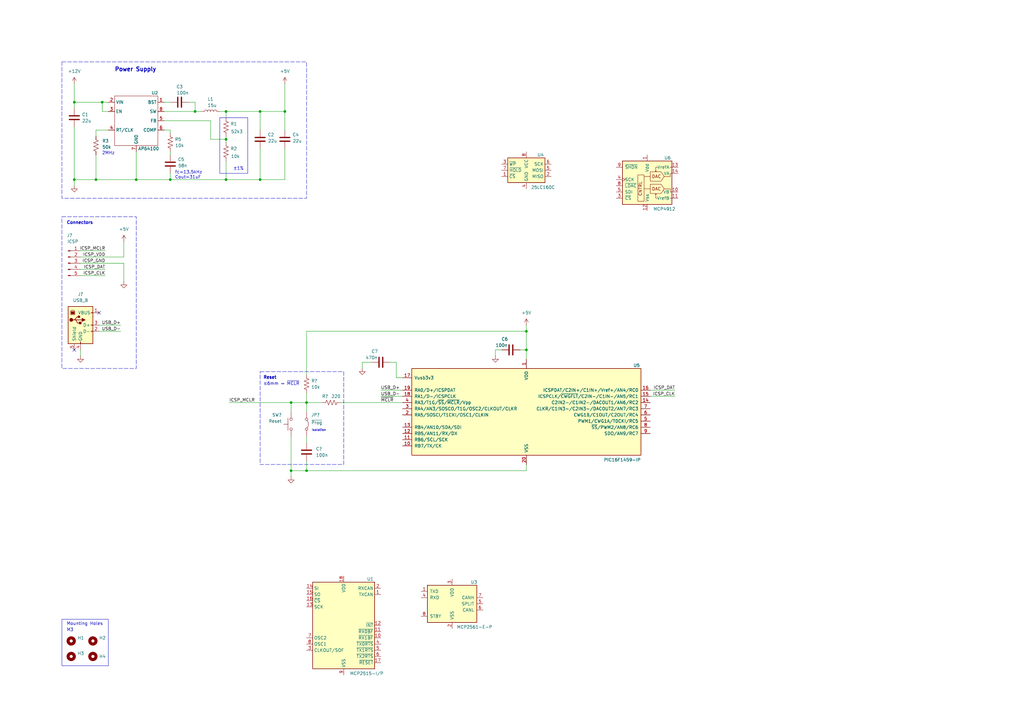
<source format=kicad_sch>
(kicad_sch (version 20250114) (generator "eeschema") (generator_version "9.0")
  (paper "A3")
  (lib_symbols
    (symbol "Analog_DAC:MCP4912" (pin_names (offset 1.016))
      (property "Reference" "U" (at -1.905 10.795 0))
      (property "Value" "MCP4912" (at -1.905 8.89 0))
      (symbol "MCP4912_0_0"
        (polyline (pts (xy 3.556 3.302) (xy 3.302 3.556)))
        (polyline (pts (xy 3.556 3.302) (xy 3.81 3.556)))
        (polyline (pts (xy 3.556 -5.842) (xy 3.302 -6.096)))
        (polyline (pts (xy 3.556 -5.842) (xy 3.81 -6.096)))
        (polyline (pts (xy 4.064 -7.62) (xy 3.556 -7.62) (xy 3.556 -5.842)))
        (polyline (pts (xy 4.318 5.08) (xy 3.556 5.08) (xy 3.556 3.302)))
        (polyline (pts (xy 6.985 1.27) (xy 9.525 1.27) (xy 9.525 2.54) (xy 10.16 2.54)))
        (polyline (pts (xy 6.985 -3.81) (xy 9.525 -3.81) (xy 9.525 -5.08) (xy 10.16 -5.08)))
        (polyline (pts (xy 10.16 5.08) (xy 9.398 5.08)))
        (polyline (pts (xy 10.16 -7.62) (xy 9.398 -7.62)))
        (text "CNTRL" (at -2.032 -6.731 900) (effects (font (size 1.27 1.27)) (justify left bottom)))
        (text "DAC" (at 3.81 1.27 0) (effects (font (size 1.27 1.27))))
        (text "DAC" (at 3.81 -3.81 0) (effects (font (size 1.27 1.27))))
      )
      (symbol "MCP4912_0_1"
        (rectangle (start -10.16 7.62) (end 10.16 -10.16) (stroke (width 0.254)) (fill (type background)))
        (rectangle (start -1.27 -8.89) (end -3.81 1.905))
        (polyline (pts (xy 1.27 1.27) (xy -1.27 1.27)))
        (polyline (pts (xy 1.27 -3.81) (xy -1.27 -3.81)))
        (polyline (pts (xy 6.985 1.27) (xy 5.715 3.175) (xy 1.27 3.175) (xy 1.27 -0.635) (xy 5.715 -0.635) (xy 6.985 1.27)))
        (polyline (pts (xy 6.985 -3.81) (xy 5.715 -1.905) (xy 1.27 -1.905) (xy 1.27 -5.715) (xy 5.715 -5.715) (xy 6.985 -3.81)))
      )
      (symbol "MCP4912_1_1"
        (pin input line (at -12.7 5.08 0) (length 2.54) (name "~{SHDN}") (number "9"))
        (pin input clock (at -12.7 0 0) (length 2.54) (name "SCK") (number "4"))
        (pin input line (at -12.7 -2.54 0) (length 2.54) (name "~{LDAC}") (number "8"))
        (pin input line (at -12.7 -5.08 0) (length 2.54) (name "SDI") (number "5"))
        (pin input line (at -12.7 -7.62 0) (length 2.54) (name "~{CS}") (number "3"))
        (pin no_connect line (at -7.62 -10.16 90) (length 2.54) (hide yes) (name "NC") (number "2"))
        (pin no_connect line (at -5.08 -10.16 90) (length 2.54) (hide yes) (name "NC") (number "6"))
        (pin no_connect line (at -2.54 -10.16 90) (length 2.54) (hide yes) (name "NC") (number "7"))
        (pin power_in line (at 0 10.16 270) (length 2.54) (name "Vdd") (number "1"))
        (pin power_in line (at 0 -12.7 90) (length 2.54) (name "Vss") (number "12"))
        (pin input line (at 12.7 5.08 180) (length 2.54) (name "VrefA") (number "13"))
        (pin output line (at 12.7 2.54 180) (length 2.54) (name "VA") (number "14"))
        (pin output line (at 12.7 -5.08 180) (length 2.54) (name "VB") (number "10"))
        (pin input line (at 12.7 -7.62 180) (length 2.54) (name "VrefB") (number "11"))
      )
    )
    (symbol "Connector:Conn_01x05_Pin" (pin_names (offset 1.016) (hide yes))
      (property "Reference" "J" (at 0 7.62 0))
      (property "Value" "Conn_01x05_Pin" (at 0 -7.62 0))
      (symbol "Conn_01x05_Pin_1_1"
        (rectangle (start 0.8636 5.207) (end 0 4.953) (stroke (width 0.1524)) (fill (type outline)))
        (rectangle (start 0.8636 2.667) (end 0 2.413) (stroke (width 0.1524)) (fill (type outline)))
        (rectangle (start 0.8636 0.127) (end 0 -0.127) (stroke (width 0.1524)) (fill (type outline)))
        (rectangle (start 0.8636 -2.413) (end 0 -2.667) (stroke (width 0.1524)) (fill (type outline)))
        (rectangle (start 0.8636 -4.953) (end 0 -5.207) (stroke (width 0.1524)) (fill (type outline)))
        (polyline (pts (xy 1.27 5.08) (xy 0.8636 5.08)) (stroke (width 0.1524)))
        (polyline (pts (xy 1.27 2.54) (xy 0.8636 2.54)) (stroke (width 0.1524)))
        (polyline (pts (xy 1.27 0) (xy 0.8636 0)) (stroke (width 0.1524)))
        (polyline (pts (xy 1.27 -2.54) (xy 0.8636 -2.54)) (stroke (width 0.1524)))
        (polyline (pts (xy 1.27 -5.08) (xy 0.8636 -5.08)) (stroke (width 0.1524)))
        (pin passive line (at 5.08 5.08 180) (length 3.81) (name "Pin_1") (number "1"))
        (pin passive line (at 5.08 2.54 180) (length 3.81) (name "Pin_2") (number "2"))
        (pin passive line (at 5.08 0 180) (length 3.81) (name "Pin_3") (number "3"))
        (pin passive line (at 5.08 -2.54 180) (length 3.81) (name "Pin_4") (number "4"))
        (pin passive line (at 5.08 -5.08 180) (length 3.81) (name "Pin_5") (number "5"))
      )
    )
    (symbol "Connector:USB_B" (pin_names (offset 1.016))
      (property "Reference" "J" (at -5.08 11.43 0))
      (property "Value" "USB_B" (at -5.08 8.89 0))
      (symbol "USB_B_0_1"
        (rectangle (start -5.08 -7.62) (end 5.08 7.62) (stroke (width 0.254)) (fill (type background)))
        (polyline (pts (xy -4.064 4.318) (xy -2.286 4.318) (xy -2.286 5.715) (xy -2.667 6.096) (xy -3.683 6.096) (xy -4.064 5.715) (xy -4.064 4.318)))
        (rectangle (start -3.81 5.588) (end -2.54 4.572) (fill (type outline)))
        (circle (center -3.81 2.159) (radius 0.635) (stroke (width 0.254)) (fill (type outline)))
        (polyline (pts (xy -3.175 2.159) (xy -2.54 2.159) (xy -1.27 3.429) (xy -0.635 3.429)) (stroke (width 0.254)))
        (polyline (pts (xy -2.54 2.159) (xy -1.905 2.159) (xy -1.27 0.889) (xy 0 0.889)) (stroke (width 0.254)))
        (polyline (pts (xy -1.905 2.159) (xy 0.635 2.159)) (stroke (width 0.254)))
        (circle (center -0.635 3.429) (radius 0.381) (stroke (width 0.254)) (fill (type outline)))
        (rectangle (start -0.127 -7.62) (end 0.127 -6.858))
        (rectangle (start 0.254 1.27) (end -0.508 0.508) (stroke (width 0.254)) (fill (type outline)))
        (polyline (pts (xy 0.635 2.794) (xy 0.635 1.524) (xy 1.905 2.159) (xy 0.635 2.794)) (stroke (width 0.254)) (fill (type outline)))
        (rectangle (start 5.08 4.953) (end 4.318 5.207))
        (rectangle (start 5.08 -0.127) (end 4.318 0.127))
        (rectangle (start 5.08 -2.667) (end 4.318 -2.413))
      )
      (symbol "USB_B_1_1"
        (pin passive line (at -2.54 -10.16 90) (length 2.54) (name "Shield") (number "5"))
        (pin power_out line (at 0 -10.16 90) (length 2.54) (name "GND") (number "4"))
        (pin power_out line (at 7.62 5.08 180) (length 2.54) (name "VBUS") (number "1"))
        (pin bidirectional line (at 7.62 0 180) (length 2.54) (name "D+") (number "3"))
        (pin bidirectional line (at 7.62 -2.54 180) (length 2.54) (name "D-") (number "2"))
      )
    )
    (symbol "Device:C" (pin_numbers (hide yes)) (pin_names (offset 0.254))
      (property "Reference" "C" (at 0.635 2.54 0))
      (property "Value" "C" (at 0.635 -2.54 0))
      (symbol "C_0_1"
        (polyline (pts (xy -2.032 0.762) (xy 2.032 0.762)) (stroke (width 0.508)))
        (polyline (pts (xy -2.032 -0.762) (xy 2.032 -0.762)) (stroke (width 0.508)))
      )
      (symbol "C_1_1"
        (pin passive line (at 0 3.81 270) (length 2.794) (name "~") (number "1"))
        (pin passive line (at 0 -3.81 90) (length 2.794) (name "~") (number "2"))
      )
    )
    (symbol "Device:L" (pin_numbers (hide yes)) (pin_names (offset 1.016) (hide yes))
      (property "Reference" "L" (at -1.27 0 90))
      (property "Value" "L" (at 1.905 0 90))
      (symbol "L_0_1"
        (arc (start 0 2.54) (mid 0.6323 1.905) (end 0 1.27))
        (arc (start 0 1.27) (mid 0.6323 0.635) (end 0 0))
        (arc (start 0 0) (mid 0.6323 -0.635) (end 0 -1.27))
        (arc (start 0 -1.27) (mid 0.6323 -1.905) (end 0 -2.54))
      )
      (symbol "L_1_1"
        (pin passive line (at 0 3.81 270) (length 1.27) (name "1") (number "1"))
        (pin passive line (at 0 -3.81 90) (length 1.27) (name "2") (number "2"))
      )
    )
    (symbol "Device:R_US" (pin_numbers (hide yes)) (pin_names (offset 0))
      (property "Reference" "R" (at 2.54 0 90))
      (property "Value" "R_US" (at -2.54 0 90))
      (symbol "R_US_0_1"
        (polyline (pts (xy 0 2.286) (xy 0 2.54)))
        (polyline (pts (xy 0 2.286) (xy 1.016 1.905) (xy 0 1.524) (xy -1.016 1.143) (xy 0 0.762)))
        (polyline (pts (xy 0 0.762) (xy 1.016 0.381) (xy 0 0) (xy -1.016 -0.381) (xy 0 -0.762)))
        (polyline (pts (xy 0 -0.762) (xy 1.016 -1.143) (xy 0 -1.524) (xy -1.016 -1.905) (xy 0 -2.286)))
        (polyline (pts (xy 0 -2.286) (xy 0 -2.54)))
      )
      (symbol "R_US_1_1"
        (pin passive line (at 0 3.81 270) (length 1.27) (name "~") (number "1"))
        (pin passive line (at 0 -3.81 90) (length 1.27) (name "~") (number "2"))
      )
    )
    (symbol "Interface_CAN_LIN:MCP2515-xSO"
      (property "Reference" "U" (at -10.16 19.685 0))
      (property "Value" "MCP2515-xSO" (at 19.05 20.32 0))
      (symbol "MCP2515-xSO_0_1"
        (rectangle (start -12.7 17.78) (end 12.7 -17.78) (stroke (width 0.254)) (fill (type background)))
      )
      (symbol "MCP2515-xSO_1_1"
        (pin input line (at -15.24 15.24 0) (length 2.54) (name "SI") (number "14"))
        (pin output line (at -15.24 12.7 0) (length 2.54) (name "SO") (number "15"))
        (pin input line (at -15.24 10.16 0) (length 2.54) (name "~{CS}") (number "16"))
        (pin input line (at -15.24 7.62 0) (length 2.54) (name "SCK") (number "13"))
        (pin output line (at -15.24 -5.08 0) (length 2.54) (name "OSC2") (number "7"))
        (pin input line (at -15.24 -7.62 0) (length 2.54) (name "OSC1") (number "8"))
        (pin output line (at -15.24 -10.16 0) (length 2.54) (name "CLKOUT/SOF") (number "3"))
        (pin power_in line (at 0 20.32 270) (length 2.54) (name "VDD") (number "18"))
        (pin power_in line (at 0 -20.32 90) (length 2.54) (name "VSS") (number "9"))
        (pin input line (at 15.24 15.24 180) (length 2.54) (name "RXCAN") (number "2"))
        (pin output line (at 15.24 12.7 180) (length 2.54) (name "TXCAN") (number "1"))
        (pin output line (at 15.24 0 180) (length 2.54) (name "~{INT}") (number "12"))
        (pin output line (at 15.24 -2.54 180) (length 2.54) (name "~{RX0BF}") (number "11"))
        (pin output line (at 15.24 -5.08 180) (length 2.54) (name "~{RX1BF}") (number "10"))
        (pin input line (at 15.24 -7.62 180) (length 2.54) (name "~{TX0RTS}") (number "4"))
        (pin input line (at 15.24 -10.16 180) (length 2.54) (name "~{TX1RTS}") (number "5"))
        (pin input line (at 15.24 -12.7 180) (length 2.54) (name "~{TX2RTS}") (number "6"))
        (pin input line (at 15.24 -15.24 180) (length 2.54) (name "~{RESET}") (number "17"))
      )
    )
    (symbol "Interface_CAN_LIN:MCP2561-E-P" (pin_names (offset 1.016))
      (property "Reference" "U" (at -10.16 8.89 0))
      (property "Value" "MCP2561-E-P" (at 2.54 8.89 0))
      (symbol "MCP2561-E-P_0_1"
        (rectangle (start -10.16 7.62) (end 10.16 -7.62) (stroke (width 0.254)) (fill (type background)))
      )
      (symbol "MCP2561-E-P_1_1"
        (pin input line (at -12.7 5.08 0) (length 2.54) (name "TXD") (number "1"))
        (pin output line (at -12.7 2.54 0) (length 2.54) (name "RXD") (number "4"))
        (pin input line (at -12.7 -5.08 0) (length 2.54) (name "STBY") (number "8"))
        (pin power_in line (at 0 10.16 270) (length 2.54) (name "VDD") (number "3"))
        (pin power_in line (at 0 -10.16 90) (length 2.54) (name "VSS") (number "2"))
        (pin bidirectional line (at 12.7 2.54 180) (length 2.54) (name "CANH") (number "7"))
        (pin passive line (at 12.7 0 180) (length 2.54) (name "SPLIT") (number "5"))
        (pin bidirectional line (at 12.7 -2.54 180) (length 2.54) (name "CANL") (number "6"))
      )
    )
    (symbol "Jumper:Jumper_2_Bridged" (pin_numbers (hide yes)) (pin_names (offset 0) (hide yes)) (exclude_from_sim yes)
      (property "Reference" "JP" (at 0 1.905 0))
      (property "Value" "Jumper_2_Bridged" (at 0 -2.54 0))
      (symbol "Jumper_2_Bridged_0_0"
        (circle (center -2.032 0) (radius 0.508))
        (circle (center 2.032 0) (radius 0.508))
      )
      (symbol "Jumper_2_Bridged_0_1"
        (arc (start -1.524 0.254) (mid 0 0.762) (end 1.524 0.254))
      )
      (symbol "Jumper_2_Bridged_1_1"
        (pin passive line (at -5.08 0 0) (length 2.54) (name "A") (number "1"))
        (pin passive line (at 5.08 0 180) (length 2.54) (name "B") (number "2"))
      )
    )
    (symbol "MCU_Microchip_PIC16:PIC16F1459-IP" (pin_names (offset 1.016))
      (property "Reference" "U" (at -46.99 17.78 0))
      (property "Value" "PIC16F1459-IP" (at -46.99 15.24 0))
      (symbol "PIC16F1459-IP_0_1"
        (rectangle (start -46.99 13.97) (end 46.99 -21.59) (stroke (width 0.254)) (fill (type background)))
      )
      (symbol "PIC16F1459-IP_1_1"
        (pin bidirectional line (at -50.8 10.16 0) (length 3.81) (name "Vusb3v3") (number "17"))
        (pin bidirectional line (at -50.8 5.08 0) (length 3.81) (name "RA0/D+/ICSPDAT") (number "19"))
        (pin bidirectional line (at -50.8 2.54 0) (length 3.81) (name "RA1/D-/ICSPCLK") (number "18"))
        (pin input line (at -50.8 0 0) (length 3.81) (name "RA3/T1G/~{SS}/~{MCLR}/Vpp") (number "4"))
        (pin bidirectional line (at -50.8 -2.54 0) (length 3.81) (name "RA4/AN3/SOSCO/T1G/OSC2/CLKOUT/CLKR") (number "3"))
        (pin bidirectional line (at -50.8 -5.08 0) (length 3.81) (name "RA5/SOSCI/T1CKI/OSC1/CLKIN") (number "2"))
        (pin bidirectional line (at -50.8 -10.16 0) (length 3.81) (name "RB4/AN10/SDA/SDI") (number "13"))
        (pin bidirectional line (at -50.8 -12.7 0) (length 3.81) (name "RB5/AN11/RX/DX") (number "12"))
        (pin bidirectional line (at -50.8 -15.24 0) (length 3.81) (name "RB6/SCL/SCK") (number "11"))
        (pin bidirectional line (at -50.8 -17.78 0) (length 3.81) (name "RB7/TX/CK") (number "10"))
        (pin power_in line (at 0 17.78 270) (length 3.81) (name "VDD") (number "1"))
        (pin power_in line (at 0 -25.4 90) (length 3.81) (name "VSS") (number "20"))
        (pin bidirectional line (at 50.8 5.08 180) (length 3.81) (name "ICSPDAT/C2IN+/C1IN+/Vref+/AN4/RC0") (number "16"))
        (pin bidirectional line (at 50.8 2.54 180) (length 3.81) (name "ICSPCLK/~{CWGFLT}/C2IN-/C1IN-/AN5/RC1") (number "15"))
        (pin bidirectional line (at 50.8 0 180) (length 3.81) (name "C2IN2-/C1IN2-/DACOUT1/AN6/RC2") (number "14"))
        (pin bidirectional line (at 50.8 -2.54 180) (length 3.81) (name "CLKR/C1IN3-/C2IN3-/DACOUT2/AN7/RC3") (number "7"))
        (pin bidirectional line (at 50.8 -5.08 180) (length 3.81) (name "CWG1B/C1OUT/C2OUT/RC4") (number "6"))
        (pin bidirectional line (at 50.8 -7.62 180) (length 3.81) (name "PWM1/CWG1A/T0CKI/RC5") (number "5"))
        (pin bidirectional line (at 50.8 -10.16 180) (length 3.81) (name "~{SS}/PWM2/AN8/RC6") (number "8"))
        (pin bidirectional line (at 50.8 -12.7 180) (length 3.81) (name "SDO/AN9/RC7") (number "9"))
      )
    )
    (symbol "Mechanical:MountingHole" (pin_names (offset 1.016)) (exclude_from_sim yes) (in_bom no)
      (property "Reference" "H" (at 0 5.08 0))
      (property "Value" "MountingHole" (at 0 3.175 0))
      (symbol "MountingHole_0_1"
        (circle (center 0 0) (radius 1.27) (stroke (width 1.27)))
      )
    )
    (symbol "Memory_EEPROM:25LCxxx"
      (property "Reference" "U" (at -7.62 6.35 0))
      (property "Value" "25LCxxx" (at 2.54 -6.35 0))
      (symbol "25LCxxx_1_1"
        (rectangle (start -7.62 5.08) (end 7.62 -5.08) (stroke (width 0.254)) (fill (type background)))
        (pin input line (at -10.16 2.54 0) (length 2.54) (name "~{WP}") (number "3"))
        (pin input line (at -10.16 0 0) (length 2.54) (name "~{HOLD}") (number "7"))
        (pin input line (at -10.16 -2.54 0) (length 2.54) (name "~{CS}") (number "1"))
        (pin power_in line (at 0 7.62 270) (length 2.54) (name "VCC") (number "8"))
        (pin power_in line (at 0 -7.62 90) (length 2.54) (name "GND") (number "4"))
        (pin input line (at 10.16 2.54 180) (length 2.54) (name "SCK") (number "6"))
        (pin input line (at 10.16 0 180) (length 2.54) (name "MOSI") (number "5"))
        (pin tri_state line (at 10.16 -2.54 180) (length 2.54) (name "MISO") (number "2"))
      )
    )
    (symbol "Switch:SW_Push" (pin_numbers (hide yes)) (pin_names (offset 1.016) (hide yes))
      (property "Reference" "SW" (at 1.27 2.54 0))
      (property "Value" "SW_Push" (at 0 -1.524 0))
      (symbol "SW_Push_0_1"
        (circle (center -2.032 0) (radius 0.508))
        (polyline (pts (xy 0 1.27) (xy 0 3.048)))
        (circle (center 2.032 0) (radius 0.508))
        (polyline (pts (xy 2.54 1.27) (xy -2.54 1.27)))
        (pin passive line (at -5.08 0 0) (length 2.54) (name "1") (number "1"))
        (pin passive line (at 5.08 0 180) (length 2.54) (name "2") (number "2"))
      )
    )
    (symbol "power:+12V" (power) (pin_numbers (hide yes)) (pin_names (offset 0) (hide yes))
      (property "Value" "+12V" (at 0 3.556 0))
      (symbol "+12V_0_1"
        (polyline (pts (xy -0.762 1.27) (xy 0 2.54)))
        (polyline (pts (xy 0 2.54) (xy 0.762 1.27)))
        (polyline (pts (xy 0 0) (xy 0 2.54)))
      )
      (symbol "+12V_1_1"
        (pin power_in line (at 0 0 90) (length 0) (name "~") (number "1"))
      )
    )
    (symbol "power:+5V" (power) (pin_numbers (hide yes)) (pin_names (offset 0) (hide yes))
      (property "Value" "+5V" (at 0 3.556 0))
      (symbol "+5V_0_1"
        (polyline (pts (xy -0.762 1.27) (xy 0 2.54)))
        (polyline (pts (xy 0 2.54) (xy 0.762 1.27)))
        (polyline (pts (xy 0 0) (xy 0 2.54)))
      )
      (symbol "+5V_1_1"
        (pin power_in line (at 0 0 90) (length 0) (name "~") (number "1"))
      )
    )
    (symbol "power:GND" (power) (pin_numbers (hide yes)) (pin_names (offset 0) (hide yes))
      (property "Value" "GND" (at 0 -3.81 0))
      (symbol "GND_0_1"
        (polyline (pts (xy 0 0) (xy 0 -1.27) (xy 1.27 -1.27) (xy 0 -2.54) (xy -1.27 -1.27) (xy 0 -1.27)))
      )
      (symbol "GND_1_1"
        (pin power_in line (at 0 0 270) (length 0) (name "~") (number "1"))
      )
    )
    (symbol "symbols:AP64100"
      (property "Reference" "U" (at -3.81 13.97 0))
      (property "Value" "AP64100" (at -0.254 11.684 0))
      (symbol "AP64100_0_1"
        (rectangle (start -8.89 10.16) (end 8.89 -10.16))
      )
      (symbol "AP64100_1_1"
        (pin power_in line (at -11.43 7.62 0) (length 2.54) (name "VIN") (number "2"))
        (pin input line (at -11.43 3.81 0) (length 2.54) (name "EN") (number "3"))
        (pin input line (at -11.43 -3.81 0) (length 2.54) (name "RT/CLK") (number "4"))
        (pin power_in line (at 0 -12.7 90) (length 2.54) (name "GND") (number "7"))
        (pin input line (at 11.43 7.62 180) (length 2.54) (name "BST") (number "1"))
        (pin power_out line (at 11.43 3.81 180) (length 2.54) (name "SW") (number "8"))
        (pin input line (at 11.43 0 180) (length 2.54) (name "FB") (number "5"))
        (pin input line (at 11.43 -3.81 180) (length 2.54) (name "COMP") (number "6"))
      )
    )
  )
  (rectangle (start 25.4 25.4) (end 125.73 81.28) (stroke (width 0) (type dash)))
  (rectangle (start 25.4 254) (end 44.45 273.05))
  (rectangle (start 90.17 48.26) (end 101.6 71.12))
  (rectangle (start 106.68 152.4) (end 140.97 190.5) (stroke (width 0) (type dash)))
  (rectangle (start 25.4 88.9) (end 55.88 151.13) (stroke (width 0) (type dash)))
  (text "Connectors" (at 27.305 91.44 0) (effects (font (size 1.27 1.27) (thickness 0.254) (bold yes)) (justify left)))
  (text "Power Supply" (at 46.99 28.575 0) (effects (font (size 1.651 1.651) (thickness 0.3302) (bold yes)) (justify left)))
  (text "2MHz\n" (at 44.45 62.865 0) (effects (font (size 1.27 1.27))))
  (text "±1%" (at 97.79 69.215 0) (effects (font (size 1.27 1.27))))
  (text "Reset" (at 107.95 154.94 0) (effects (font (size 1.27 1.27) (thickness 0.254) (bold yes)) (justify left)))
  (text "fc=13.5kHz\nCout=31uF" (at 71.755 71.755 0) (effects (font (size 1.27 1.27)) (justify left)))
  (text "Mounting Holes" (at 27.305 255.905 0) (effects (font (size 1.27 1.27)) (justify left)))
  (text "M3\n" (at 27.305 258.445 0) (effects (font (size 1.27 1.27)) (justify left)))
  (text "≤6mm ↔ ~{MCLR}" (at 107.95 157.48 0) (effects (font (size 1.27 1.27)) (justify left)))
  (text "Isolation" (at 130.81 176.53 0) (effects (font (size 0.889 0.889))))
  (junction (at 106.68 45.72))
  (junction (at 55.88 73.66))
  (junction (at 39.37 73.66))
  (junction (at 106.68 73.66))
  (junction (at 92.71 73.66))
  (junction (at 215.9 135.89))
  (junction (at 215.9 143.51))
  (junction (at 80.01 45.72))
  (junction (at 125.73 165.1))
  (junction (at 92.71 57.15))
  (junction (at 30.48 73.66))
  (junction (at 92.71 45.72))
  (junction (at 30.48 41.91))
  (junction (at 125.73 193.04))
  (junction (at 41.91 41.91))
  (junction (at 119.38 193.04))
  (junction (at 69.85 73.66))
  (junction (at 116.84 45.72))
  (junction (at 119.38 165.1))
  (no_connect (at 30.48 143.51))
  (no_connect (at 40.64 128.27))
  (wire (pts (xy 125.73 193.04) (xy 125.73 189.23)))
  (wire (pts (xy 106.68 45.72) (xy 116.84 45.72)))
  (wire (pts (xy 44.45 41.91) (xy 41.91 41.91)))
  (wire (pts (xy 50.8 105.41) (xy 50.8 99.06)))
  (wire (pts (xy 67.31 53.34) (xy 69.85 53.34)))
  (wire (pts (xy 80.01 45.72) (xy 82.55 45.72)))
  (wire (pts (xy 40.64 133.35) (xy 49.53 133.35)))
  (wire (pts (xy 92.71 73.66) (xy 106.68 73.66)))
  (wire (pts (xy 125.73 135.89) (xy 125.73 153.67)))
  (wire (pts (xy 119.38 193.04) (xy 119.38 195.58)))
  (wire (pts (xy 44.45 53.34) (xy 39.37 53.34)))
  (wire (pts (xy 69.85 53.34) (xy 69.85 54.61)))
  (wire (pts (xy 139.7 165.1) (xy 165.1 165.1)))
  (wire (pts (xy 125.73 193.04) (xy 215.9 193.04)))
  (wire (pts (xy 30.48 41.91) (xy 30.48 44.45)))
  (wire (pts (xy 30.48 34.29) (xy 30.48 41.91)))
  (wire (pts (xy 156.21 162.56) (xy 165.1 162.56)))
  (wire (pts (xy 39.37 53.34) (xy 39.37 55.88)))
  (wire (pts (xy 266.7 162.56) (xy 276.86 162.56)))
  (wire (pts (xy 92.71 66.04) (xy 92.71 73.66)))
  (wire (pts (xy 266.7 160.02) (xy 276.86 160.02)))
  (wire (pts (xy 215.9 143.51) (xy 213.36 143.51)))
  (wire (pts (xy 215.9 147.32) (xy 215.9 143.51)))
  (wire (pts (xy 93.98 165.1) (xy 119.38 165.1)))
  (wire (pts (xy 39.37 63.5) (xy 39.37 73.66)))
  (wire (pts (xy 33.02 102.87) (xy 43.18 102.87)))
  (wire (pts (xy 92.71 45.72) (xy 92.71 48.26)))
  (wire (pts (xy 50.8 107.95) (xy 50.8 115.57)))
  (wire (pts (xy 165.1 154.94) (xy 162.56 154.94)))
  (wire (pts (xy 106.68 73.66) (xy 116.84 73.66)))
  (wire (pts (xy 162.56 148.59) (xy 160.02 148.59)))
  (wire (pts (xy 116.84 60.96) (xy 116.84 73.66)))
  (wire (pts (xy 33.02 143.51) (xy 33.02 146.05)))
  (wire (pts (xy 55.88 62.23) (xy 55.88 73.66)))
  (wire (pts (xy 41.91 45.72) (xy 41.91 41.91)))
  (wire (pts (xy 162.56 154.94) (xy 162.56 148.59)))
  (wire (pts (xy 215.9 133.35) (xy 215.9 135.89)))
  (wire (pts (xy 148.59 148.59) (xy 148.59 151.13)))
  (wire (pts (xy 30.48 73.66) (xy 30.48 76.2)))
  (wire (pts (xy 119.38 165.1) (xy 119.38 168.91)))
  (wire (pts (xy 92.71 57.15) (xy 86.36 57.15)))
  (wire (pts (xy 92.71 45.72) (xy 106.68 45.72)))
  (wire (pts (xy 125.73 179.07) (xy 125.73 181.61)))
  (wire (pts (xy 86.36 49.53) (xy 67.31 49.53)))
  (wire (pts (xy 119.38 165.1) (xy 125.73 165.1)))
  (wire (pts (xy 92.71 57.15) (xy 92.71 58.42)))
  (wire (pts (xy 152.4 148.59) (xy 148.59 148.59)))
  (wire (pts (xy 55.88 73.66) (xy 39.37 73.66)))
  (wire (pts (xy 156.21 160.02) (xy 165.1 160.02)))
  (wire (pts (xy 106.68 45.72) (xy 106.68 53.34)))
  (wire (pts (xy 119.38 179.07) (xy 119.38 193.04)))
  (wire (pts (xy 92.71 73.66) (xy 69.85 73.66)))
  (wire (pts (xy 69.85 62.23) (xy 69.85 63.5)))
  (wire (pts (xy 44.45 45.72) (xy 41.91 45.72)))
  (wire (pts (xy 77.47 41.91) (xy 80.01 41.91)))
  (wire (pts (xy 90.17 45.72) (xy 92.71 45.72)))
  (wire (pts (xy 203.2 143.51) (xy 205.74 143.51)))
  (wire (pts (xy 125.73 135.89) (xy 215.9 135.89)))
  (wire (pts (xy 92.71 55.88) (xy 92.71 57.15)))
  (wire (pts (xy 215.9 190.5) (xy 215.9 193.04)))
  (wire (pts (xy 116.84 45.72) (xy 116.84 53.34)))
  (wire (pts (xy 67.31 45.72) (xy 80.01 45.72)))
  (wire (pts (xy 80.01 41.91) (xy 80.01 45.72)))
  (wire (pts (xy 69.85 73.66) (xy 55.88 73.66)))
  (wire (pts (xy 67.31 41.91) (xy 69.85 41.91)))
  (wire (pts (xy 116.84 34.29) (xy 116.84 45.72)))
  (wire (pts (xy 69.85 71.12) (xy 69.85 73.66)))
  (wire (pts (xy 33.02 105.41) (xy 50.8 105.41)))
  (wire (pts (xy 125.73 165.1) (xy 132.08 165.1)))
  (wire (pts (xy 40.64 135.89) (xy 49.53 135.89)))
  (wire (pts (xy 30.48 52.07) (xy 30.48 73.66)))
  (wire (pts (xy 33.02 107.95) (xy 50.8 107.95)))
  (wire (pts (xy 125.73 165.1) (xy 125.73 168.91)))
  (wire (pts (xy 119.38 193.04) (xy 125.73 193.04)))
  (wire (pts (xy 106.68 60.96) (xy 106.68 73.66)))
  (wire (pts (xy 41.91 41.91) (xy 30.48 41.91)))
  (wire (pts (xy 33.02 113.03) (xy 43.18 113.03)))
  (wire (pts (xy 203.2 146.05) (xy 203.2 143.51)))
  (wire (pts (xy 86.36 57.15) (xy 86.36 49.53)))
  (wire (pts (xy 39.37 73.66) (xy 30.48 73.66)))
  (wire (pts (xy 215.9 135.89) (xy 215.9 143.51)))
  (wire (pts (xy 125.73 161.29) (xy 125.73 165.1)))
  (wire (pts (xy 33.02 110.49) (xy 43.18 110.49)))
  (label "ICSP_DAT" (at 276.86 160.02 180))
  (label "ICSP_CLK" (at 43.18 113.03 180))
  (label "ICSP_CLK" (at 276.86 162.56 180))
  (label "USB_D+" (at 156.21 160.02 0))
  (label "USB_D-" (at 156.21 162.56 0))
  (label "~{MCLR}" (at 156.21 165.1 0))
  (label "USB_D-" (at 49.53 135.89 180))
  (label "ICSP_VDD" (at 43.18 105.41 180))
  (label "USB_D+" (at 49.53 133.35 180))
  (label "ICSP_GND" (at 43.18 107.95 180))
  (label "ICSP_DAT" (at 43.18 110.49 180))
  (label "ICSP_MCLR" (at 43.18 102.87 180))
  (label "ICSP_MCLR" (at 93.98 165.1 0))
  (symbol (lib_id "Connector:USB_B") (at 33.02 133.35 0) (unit 1)
    (property "Reference" "J?" (at 33.02 120.65 0))
    (property "Value" "USB_B" (at 33.02 123.19 0))
    (property "Description" "USB Type B connector" (effects (hide yes)))
  )
  (symbol (lib_id "Jumper:Jumper_2_Bridged") (at 125.73 173.99 270) (mirror x) (unit 1)
    (property "Reference" "JP?" (at 127.635 170.18 90) (effects (justify left)))
    (property "Value" "~{Prog}" (at 127.635 173.355 90) (effects (justify left)))
    (property "Description" "Jumper, 2-pole, closed/bridged" (effects (hide yes)))
  )
  (symbol (lib_id "Device:C") (at 106.68 57.15 180) (unit 1)
    (property "Reference" "C2" (at 111.125 55.245 0))
    (property "Value" "22u" (at 111.76 57.785 0))
    (property "Description" "Unpolarized capacitor" (effects (hide yes)))
  )
  (symbol (lib_id "Device:C") (at 30.48 48.26 0) (unit 1)
    (property "Reference" "C1" (at 34.925 46.99 0))
    (property "Value" "22u" (at 35.56 49.53 0))
    (property "Description" "Unpolarized capacitor" (effects (hide yes)))
  )
  (symbol (lib_id "Memory_EEPROM:25LCxxx") (at 215.9 69.85 0) (unit 1)
    (property "Reference" "U4" (at 220.345 63.5 0) (effects (justify left)))
    (property "Value" "25LC160C" (at 217.805 76.835 0) (effects (justify left)))
    (property "Datasheet" "http://ww1.microchip.com/downloads/en/DeviceDoc/21832H.pdf" (effects (hide yes)))
    (property "Description" "SPI Serial EEPROM, DIP-8/SOIC-8/TSSOP-8" (effects (hide yes)))
  )
  (symbol (lib_id "power:GND") (at 119.38 195.58 0) (unit 1)
    (property "Reference" "#PWR01" (effects (hide yes)))
    (property "Value" "GND" (effects (hide yes)))
    (property "Description" "Power symbol creates a global label with name \"GND\" , ground" (effects (hide yes)))
  )
  (symbol (lib_id "Mechanical:MountingHole") (at 29.21 262.89 0) (unit 1) (exclude_from_sim yes) (in_bom no)
    (property "Reference" "H1" (at 31.75 261.6199 0) (effects (justify left)))
    (property "Value" "MountingHole" (effects (hide yes)))
    (property "Footprint" "MountingHole:MountingHole_3.2mm_M3_DIN965" (effects (hide yes)))
    (property "Description" "Mounting Hole without connection" (effects (hide yes)))
  )
  (symbol (lib_id "symbols:AP64100") (at 55.88 49.53 0) (unit 1)
    (property "Reference" "U2" (at 63.5 38.1 0))
    (property "Value" "AP64100" (at 60.96 60.96 0))
    (property "Footprint" "Package_SO:Diodes_SO-8EP" (effects (hide yes)))
    (property "Datasheet" "https://www.diodes.com/assets/Datasheets/AP64100.pdf" (effects (hide yes)))
    (property "Description" "3.8V to40V input, 1A low IQ synchronous buck with adjustable frequency" (effects (hide yes)))
  )
  (symbol (lib_id "Device:R_US") (at 69.85 58.42 180) (unit 1)
    (property "Reference" "R5" (at 73.025 57.15 0))
    (property "Value" "10k" (at 73.66 59.69 0))
    (property "Description" "Resistor, US symbol" (effects (hide yes)))
  )
  (symbol (lib_id "Device:R_US") (at 39.37 59.69 0) (unit 1)
    (property "Reference" "R3" (at 41.91 57.7849 0) (effects (justify left)))
    (property "Value" "50k" (at 41.91 60.3249 0) (effects (justify left)))
    (property "Description" "Resistor, US symbol" (effects (hide yes)))
  )
  (symbol (lib_id "Device:C") (at 125.73 185.42 0) (unit 1)
    (property "Reference" "C?" (at 129.54 184.1499 0) (effects (justify left)))
    (property "Value" "100n" (at 129.54 186.6899 0) (effects (justify left)))
    (property "Description" "Unpolarized capacitor" (effects (hide yes)))
  )
  (symbol (lib_id "Device:R_US") (at 92.71 62.23 180) (unit 1)
    (property "Reference" "R2" (at 95.885 60.96 0))
    (property "Value" "10k" (at 96.52 64.135 0))
    (property "Description" "Resistor, US symbol" (effects (hide yes)))
  )
  (symbol (lib_id "Interface_CAN_LIN:MCP2515-xSO") (at 140.97 256.54 0) (unit 1)
    (property "Reference" "U1" (at 150.495 237.49 0) (effects (justify left)))
    (property "Value" "MCP2515-I/P" (at 143.51 276.225 0) (effects (justify left)))
    (property "Footprint" "Package_SO:SOIC-18W_7.5x11.6mm_P1.27mm" (effects (hide yes)))
    (property "Datasheet" "http://ww1.microchip.com/downloads/en/DeviceDoc/21801e.pdf" (effects (hide yes)))
    (property "Description" "Stand-Alone CAN Controller with SPI Interface, SOIC-18" (effects (hide yes)))
  )
  (symbol (lib_id "power:+5V") (at 116.84 34.29 0) (unit 1)
    (property "Reference" "#PWR06" (effects (hide yes)))
    (property "Value" "+5V" (at 116.84 29.21 0))
    (property "Description" "Power symbol creates a global label with name \"+5V\"" (effects (hide yes)))
  )
  (symbol (lib_id "Analog_DAC:MCP4912") (at 265.43 73.66 0) (unit 1)
    (property "Reference" "U6" (at 272.415 64.77 0) (effects (justify left)))
    (property "Value" "MCP4912" (at 267.97 85.725 0) (effects (justify left)))
    (property "Datasheet" "http://ww1.microchip.com/downloads/en/DeviceDoc/22250A.pdf" (effects (hide yes)))
    (property "Description" "2-Channel 10-Bit D/A Converters with SPI Interface" (effects (hide yes)))
  )
  (symbol (lib_id "Device:R_US") (at 135.89 165.1 90) (unit 1)
    (property "Reference" "R?" (at 133.35 162.56 90))
    (property "Value" "220" (at 137.795 162.56 90))
    (property "Description" "Resistor, US symbol" (effects (hide yes)))
  )
  (symbol (lib_id "power:GND") (at 33.02 146.05 0) (unit 1)
    (property "Reference" "#PWR08" (effects (hide yes)))
    (property "Value" "GND" (effects (hide yes)))
    (property "Description" "Power symbol creates a global label with name \"GND\" , ground" (effects (hide yes)))
  )
  (symbol (lib_id "Device:C") (at 73.66 41.91 270) (unit 1)
    (property "Reference" "C3" (at 73.66 35.56 90))
    (property "Value" "100n" (at 74.93 38.1 90))
    (property "Description" "Unpolarized capacitor" (effects (hide yes)))
  )
  (symbol (lib_id "power:+12V") (at 30.48 34.29 0) (unit 1)
    (property "Reference" "#PWR04" (effects (hide yes)))
    (property "Value" "+12V" (at 30.48 29.21 0))
    (property "Description" "Power symbol creates a global label with name \"+12V\"" (effects (hide yes)))
  )
  (symbol (lib_id "Interface_CAN_LIN:MCP2561-E-P") (at 185.42 247.65 0) (unit 1)
    (property "Reference" "U3" (at 193.04 238.76 0) (effects (justify left)))
    (property "Value" "MCP2561-E-P" (at 187.325 257.175 0) (effects (justify left)))
    (property "Footprint" "Package_DIP:DIP-8_W7.62mm" (effects (hide yes)))
    (property "Datasheet" "http://ww1.microchip.com/downloads/en/DeviceDoc/25167A.pdf" (effects (hide yes)))
    (property "Description" "High-Speed CAN Transceiver, 1Mbps, 5V supply, SPLIT pin, -40C to +125C, DIP-8" (effects (hide yes)))
  )
  (symbol (lib_id "Mechanical:MountingHole") (at 38.1 269.24 0) (unit 1) (exclude_from_sim yes) (in_bom no)
    (property "Reference" "H4" (at 40.64 269.2399 0) (effects (justify left)))
    (property "Value" "MountingHole" (effects (hide yes)))
    (property "Footprint" "MountingHole:MountingHole_3.2mm_M3_DIN965" (effects (hide yes)))
    (property "Description" "Mounting Hole without connection" (effects (hide yes)))
  )
  (symbol (lib_id "Device:R_US") (at 125.73 157.48 0) (unit 1)
    (property "Reference" "R?" (at 127.635 156.21 0) (effects (justify left)))
    (property "Value" "10k" (at 127.635 158.75 0) (effects (justify left)))
    (property "Description" "Resistor, US symbol" (effects (hide yes)))
  )
  (symbol (lib_id "power:GND") (at 203.2 146.05 0) (unit 1)
    (property "Reference" "#PWR03" (effects (hide yes)))
    (property "Value" "GND" (effects (hide yes)))
    (property "Description" "Power symbol creates a global label with name \"GND\" , ground" (effects (hide yes)))
  )
  (symbol (lib_id "Device:C") (at 209.55 143.51 270) (unit 1)
    (property "Reference" "C6" (at 207.01 139.065 90))
    (property "Value" "100n" (at 205.74 141.605 90))
    (property "Description" "Unpolarized capacitor" (effects (hide yes)))
  )
  (symbol (lib_id "Connector:Conn_01x05_Pin") (at 27.94 107.95 0) (unit 1)
    (property "Reference" "J?" (at 28.575 96.52 0))
    (property "Value" "ICSP" (at 29.845 99.06 0))
    (property "Description" "Generic connector, single row, 01x05, script generated" (effects (hide yes)))
  )
  (symbol (lib_id "power:GND") (at 50.8 115.57 0) (unit 1)
    (property "Reference" "#PWR09" (effects (hide yes)))
    (property "Value" "GND" (effects (hide yes)))
    (property "Description" "Power symbol creates a global label with name \"GND\" , ground" (effects (hide yes)))
  )
  (symbol (lib_id "Device:C") (at 69.85 67.31 180) (unit 1)
    (property "Reference" "C5" (at 74.295 65.405 0))
    (property "Value" "58n" (at 74.93 67.945 0))
    (property "Description" "Unpolarized capacitor" (effects (hide yes)))
  )
  (symbol (lib_id "Mechanical:MountingHole") (at 38.1 262.89 0) (unit 1) (exclude_from_sim yes) (in_bom no)
    (property "Reference" "H2" (at 40.64 261.6199 0) (effects (justify left)))
    (property "Value" "MountingHole" (effects (hide yes)))
    (property "Footprint" "MountingHole:MountingHole_3.2mm_M3_DIN965" (effects (hide yes)))
    (property "Description" "Mounting Hole without connection" (effects (hide yes)))
  )
  (symbol (lib_id "power:GND") (at 30.48 76.2 0) (unit 1)
    (property "Reference" "#PWR05" (effects (hide yes)))
    (property "Value" "GND" (effects (hide yes)))
    (property "Description" "Power symbol creates a global label with name \"GND\" , ground" (effects (hide yes)))
  )
  (symbol (lib_id "Mechanical:MountingHole") (at 29.21 269.24 0) (unit 1) (exclude_from_sim yes) (in_bom no)
    (property "Reference" "H3" (at 31.75 267.9699 0) (effects (justify left)))
    (property "Value" "MountingHole" (effects (hide yes)))
    (property "Footprint" "MountingHole:MountingHole_3.2mm_M3_DIN965" (effects (hide yes)))
    (property "Description" "Mounting Hole without connection" (effects (hide yes)))
  )
  (symbol (lib_id "power:+5V") (at 50.8 99.06 0) (unit 1)
    (property "Reference" "#PWR010" (effects (hide yes)))
    (property "Value" "+5V" (at 50.8 93.98 0))
    (property "Description" "Power symbol creates a global label with name \"+5V\"" (effects (hide yes)))
  )
  (symbol (lib_id "Device:C") (at 116.84 57.15 180) (unit 1)
    (property "Reference" "C4" (at 121.285 55.245 0))
    (property "Value" "22u" (at 121.92 57.785 0))
    (property "Description" "Unpolarized capacitor" (effects (hide yes)))
  )
  (symbol (lib_id "Device:R_US") (at 92.71 52.07 180) (unit 1)
    (property "Reference" "R1" (at 95.885 50.8 0))
    (property "Value" "52k3" (at 97.155 53.975 0))
    (property "Description" "Resistor, US symbol" (effects (hide yes)))
  )
  (symbol (lib_id "Device:C") (at 156.21 148.59 270) (unit 1)
    (property "Reference" "C7" (at 153.67 144.145 90))
    (property "Value" "470n" (at 152.4 146.685 90))
    (property "Description" "Unpolarized capacitor" (effects (hide yes)))
  )
  (symbol (lib_id "MCU_Microchip_PIC16:PIC16F1459-IP") (at 215.9 165.1 0) (unit 1)
    (property "Reference" "U5" (at 259.715 149.86 0) (effects (justify left)))
    (property "Value" "PIC16F1459-IP" (at 247.65 188.595 0) (effects (justify left)))
    (property "Datasheet" "http://ww1.microchip.com/downloads/en/DeviceDoc/41639A.pdf" (effects (hide yes)))
    (property "Description" "PIC16F1454, 8192W FLASH, 1024B SRAM, PDIP-20" (effects (hide yes)))
  )
  (symbol (lib_id "power:+5V") (at 215.9 133.35 0) (unit 1)
    (property "Reference" "#PWR02" (effects (hide yes)))
    (property "Value" "+5V" (at 215.9 128.27 0))
    (property "Description" "Power symbol creates a global label with name \"+5V\"" (effects (hide yes)))
  )
  (symbol (lib_id "power:GND") (at 148.59 151.13 0) (unit 1)
    (property "Reference" "#PWR07" (effects (hide yes)))
    (property "Value" "GND" (effects (hide yes)))
    (property "Description" "Power symbol creates a global label with name \"GND\" , ground" (effects (hide yes)))
  )
  (symbol (lib_id "Device:L") (at 86.36 45.72 90) (unit 1)
    (property "Reference" "L1" (at 86.36 40.64 90))
    (property "Value" "15u" (at 86.995 43.18 90))
    (property "Description" "Inductor" (effects (hide yes)))
  )
  (symbol (lib_id "Switch:SW_Push") (at 119.38 173.99 90) (unit 1)
    (property "Reference" "SW?" (at 115.57 170.18 90) (effects (justify left)))
    (property "Value" "Reset" (at 115.57 172.72 90) (effects (justify left)))
    (property "Footprint" "Button_Switch_THT:SW_PUSH-12mm" (effects (hide yes)))
    (property "Description" "Push button switch, generic, two pins" (effects (hide yes)))
  )
)
</source>
